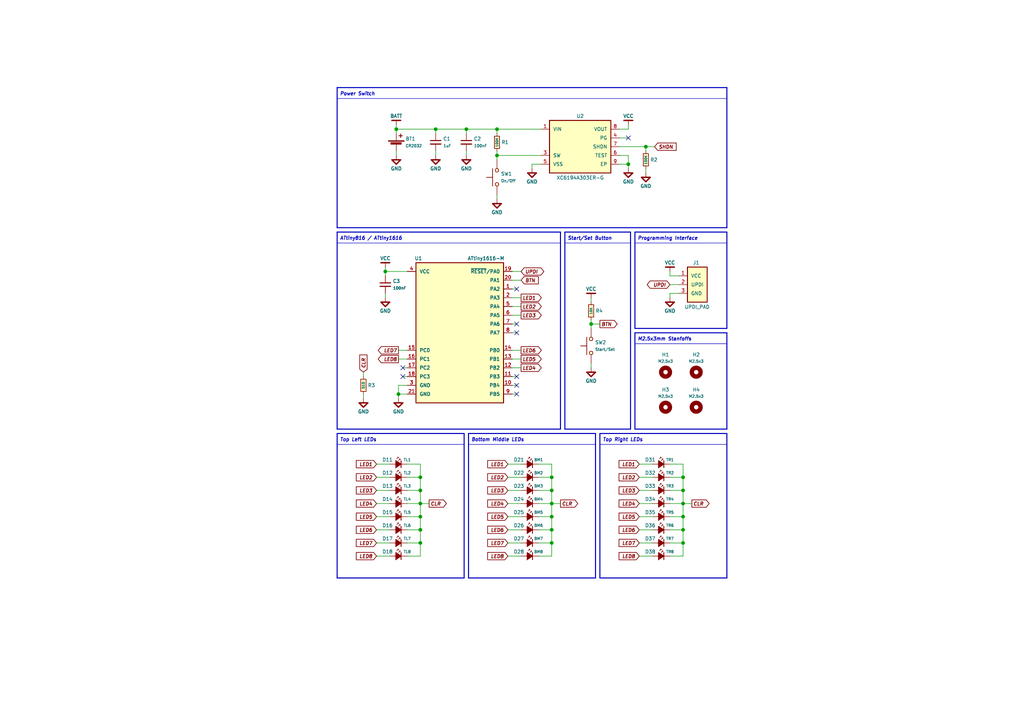
<source format=kicad_sch>
(kicad_sch (version 20211123) (generator eeschema)
  (paper "A4")
  (title_block (title "Flux Capacitor Mini") (date "2022-02-27") (rev "4") (company "Curious Design Labs | Hojadurdy Durdygylyjov") (comment 1 "Small PCB version of Flux Capacitor from the movie Back to the Future") (comment 2 "CC BY-NC-SA 4.0"))
  (lib_symbols
    (symbol "HDLib_Connector:UPDI_PAD" (pin_names (offset 1))
      (property "Reference" "J" (at 0 6.35 0))
      (property "Value" "UPDI_PAD" (at 0.254 -6.477 0))
      (symbol "UPDI_PAD_0_1"
        (rectangle (start -2.54 5.08) (end 3.175 -5.08) (stroke (width 0.3)) (fill (type background)))
      )
      (symbol "UPDI_PAD_1_1"
        (pin power_in line (at -5.08 2.54 0) (length 2.54) (name "VCC") (number "1"))
        (pin bidirectional line (at -5.08 0 0) (length 2.54) (name "UPDI") (number "2"))
        (pin power_in line (at -5.08 -2.54 0) (length 2.54) (name "GND") (number "3"))
      )
    )
    (symbol "HDLib_Device:Battery_Cell" (pin_numbers hide) (pin_names (offset 0) hide)
      (property "Reference" "BT" (at 2.667 1.016 0))
      (property "Value" "Battery_Cell" (at 2.667 -1.016 0))
      (symbol "Battery_Cell_0_1"
        (rectangle (start -2.286 0.508) (end 2.286 0.254) (fill (type outline)))
        (rectangle (start -1.5748 -0.0762) (end 1.4732 -0.5842) (fill (type outline)))
        (polyline (pts (xy 0.762 1.905) (xy 1.778 1.905)) (stroke (width 0.254)))
        (polyline (pts (xy 1.27 2.413) (xy 1.27 1.397)) (stroke (width 0.254)))
      )
      (symbol "Battery_Cell_1_1"
        (pin passive line (at 0 2.54 270) (length 2.2) (name "+") (number "1"))
        (pin passive line (at 0 -2.54 90) (length 2.2) (name "-") (number "2"))
      )
    )
    (symbol "HDLib_LED:LED_Small" (pin_numbers hide) (pin_names (offset 0.3) hide)
      (property "Reference" "D" (at 0 3.175 0))
      (property "Value" "LED_Small" (at 0 -2.159 0))
      (symbol "LED_Small_0_1"
        (polyline (pts (xy -1.016 0) (xy 0.762 0)))
        (polyline (pts (xy 0.762 -1.016) (xy 0.762 1.016)) (stroke (width 0.254)))
        (polyline (pts (xy -0.762 -1.016) (xy 0.762 0) (xy -0.762 1.016) (xy -0.762 -1.016)) (stroke (width 0.254)) (fill (type outline)))
        (polyline (pts (xy -0.508 1.524) (xy 0 2.032) (xy -0.254 2.032) (xy 0 2.032) (xy 0 1.778)))
        (polyline (pts (xy 0 1.016) (xy 0.508 1.524) (xy 0.254 1.524) (xy 0.508 1.524) (xy 0.508 1.27)))
      )
      (symbol "LED_Small_1_1"
        (pin passive line (at 2.54 0 180) (length 1.778) (name "K") (number "1"))
        (pin passive line (at -2.54 0 0) (length 1.778) (name "A") (number "2"))
      )
    )
    (symbol "HDLib_Mechanical:MountingHole" (pin_names (offset 1.016))
      (property "Reference" "H" (at 0 5.08 0))
      (property "Value" "MountingHole" (at 0 3.175 0))
      (symbol "MountingHole_0_1"
        (circle (center 0 0) (radius 1.27) (stroke (width 1.27)))
      )
    )
    (symbol "HDLib_Microcontroller:ATtiny1616-M" (pin_names (offset 1))
      (property "Reference" "U" (at -13.081 21.59 0))
      (property "Value" "ATtiny1616-M" (at 12.954 21.59 0))
      (symbol "ATtiny1616-M_0_1"
        (rectangle (start -12.7 -20.32) (end 12.7 20.32) (stroke (width 0.3)) (fill (type background)))
      )
      (symbol "ATtiny1616-M_1_1"
        (pin bidirectional line (at 15.24 12.7 180) (length 2.54) (name "PA2") (number "1"))
        (pin bidirectional line (at 15.24 -15.24 180) (length 2.54) (name "PB4") (number "10"))
        (pin bidirectional line (at 15.24 -12.7 180) (length 2.54) (name "PB3") (number "11"))
        (pin bidirectional line (at 15.24 -10.16 180) (length 2.54) (name "PB2") (number "12"))
        (pin bidirectional line (at 15.24 -7.62 180) (length 2.54) (name "PB1") (number "13"))
        (pin bidirectional line (at 15.24 -5.08 180) (length 2.54) (name "PB0") (number "14"))
        (pin bidirectional line (at -15.24 -5.08 0) (length 2.54) (name "PC0") (number "15"))
        (pin bidirectional line (at -15.24 -7.62 0) (length 2.54) (name "PC1") (number "16"))
        (pin bidirectional line (at -15.24 -10.16 0) (length 2.54) (name "PC2") (number "17"))
        (pin bidirectional line (at -15.24 -12.7 0) (length 2.54) (name "PC3") (number "18"))
        (pin bidirectional line (at 15.24 17.78 180) (length 2.54) (name "~{RESET}/PA0") (number "19"))
        (pin bidirectional line (at 15.24 10.16 180) (length 2.54) (name "PA3") (number "2"))
        (pin bidirectional line (at 15.24 15.24 180) (length 2.54) (name "PA1") (number "20"))
        (pin power_in line (at -15.24 -17.78 0) (length 2.54) (name "GND") (number "21"))
        (pin power_in line (at -15.24 -15.24 0) (length 2.54) (name "GND") (number "3"))
        (pin power_in line (at -15.24 17.78 0) (length 2.54) (name "VCC") (number "4"))
        (pin bidirectional line (at 15.24 7.62 180) (length 2.54) (name "PA4") (number "5"))
        (pin bidirectional line (at 15.24 5.08 180) (length 2.54) (name "PA5") (number "6"))
        (pin bidirectional line (at 15.24 2.54 180) (length 2.54) (name "PA6") (number "7"))
        (pin bidirectional line (at 15.24 0 180) (length 2.54) (name "PA7") (number "8"))
        (pin bidirectional line (at 15.24 -17.78 180) (length 2.54) (name "PB5") (number "9"))
      )
    )
    (symbol "HDLib_PMIC:XC6194A303ER-G" (pin_names (offset 1))
      (property "Reference" "U" (at 0 8.89 0))
      (property "Value" "XC6194A303ER-G" (at 0 -9.017 0))
      (symbol "XC6194A303ER-G_0_0"
        (pin power_in line (at -11.43 5.08 0) (length 2.54) (name "VIN") (number "1"))
        (pin no_connect line (at 0 -12.7 90) (length 5.08) hide (name "NC") (number "2"))
        (pin passive line (at -11.43 -2.54 0) (length 2.54) (name "SW") (number "3"))
        (pin output line (at 11.43 2.54 180) (length 2.54) (name "PG") (number "4"))
        (pin power_in line (at -11.43 -5.08 0) (length 2.54) (name "VSS") (number "5"))
        (pin passive line (at 11.43 -2.54 180) (length 2.54) (name "TEST") (number "6"))
        (pin passive line (at 11.43 0 180) (length 2.54) (name "SHDN") (number "7"))
        (pin power_out line (at 11.43 5.08 180) (length 2.54) (name "VOUT") (number "8"))
        (pin passive line (at 11.43 -5.08 180) (length 2.54) (name "EP") (number "9"))
      )
      (symbol "XC6194A303ER-G_0_1"
        (polyline (pts (xy -8.89 7.62) (xy 8.89 7.62) (xy 8.89 -7.62) (xy -8.89 -7.62) (xy -8.89 7.62)) (stroke (width 0.3)) (fill (type background)))
      )
    )
    (symbol "HDLib_Passives:C_Small" (pin_numbers hide) (pin_names (offset 0.254) hide)
      (property "Reference" "C" (at 2.159 1.016 0))
      (property "Value" "C_Small" (at 2.2098 -1.016 0))
      (symbol "C_Small_0_1"
        (polyline (pts (xy -1.524 -0.508) (xy 1.524 -0.508)) (stroke (width 0.3302)))
        (polyline (pts (xy -1.524 0.508) (xy 1.524 0.508)) (stroke (width 0.3048)))
      )
      (symbol "C_Small_1_1"
        (pin passive line (at 0 2.54 270) (length 2.032) (name "~") (number "1"))
        (pin passive line (at 0 -2.54 90) (length 2.032) (name "~") (number "2"))
      )
    )
    (symbol "HDLib_Passives:R_Small" (pin_numbers hide) (pin_names (offset 0.254) hide)
      (property "Reference" "R" (at 1.27 0 0))
      (property "Value" "R_Small" (at 0 0 90))
      (symbol "R_Small_0_1"
        (rectangle (start -0.762 1.778) (end 0.762 -1.778) (stroke (width 0.2)) (fill (type background)))
      )
      (symbol "R_Small_1_1"
        (pin passive line (at 0 2.54 270) (length 0.762) (name "~") (number "1"))
        (pin passive line (at 0 -2.54 90) (length 0.762) (name "~") (number "2"))
      )
    )
    (symbol "HDLib_PowerSymbol:BATT" (power) (pin_names (offset 0))
      (property "Value" "BATT" (at 0 2.54 0))
      (symbol "BATT_0_1"
        (polyline (pts (xy -1.27 1.27) (xy 1.27 1.27)) (stroke (width 0.4)))
        (polyline (pts (xy 0 0) (xy 0 1.27)))
      )
      (symbol "BATT_1_1"
        (pin power_in line (at 0 0 90) (length 0) hide (name "BATT") (number "1"))
      )
    )
    (symbol "HDLib_PowerSymbol:GND" (power) (pin_names (offset 0))
      (property "Value" "GND" (at 0 -3.81 0))
      (symbol "GND_0_1"
        (polyline (pts (xy 0 -1.27) (xy 0 0)))
        (polyline (pts (xy 0 -1.27) (xy 0 -1.27) (xy 1.27 -1.27) (xy 0 -2.54) (xy -1.27 -1.27) (xy 0 -1.27)) (stroke (width 0.4)))
      )
      (symbol "GND_1_1"
        (pin power_in line (at 0 0 270) (length 0) hide (name "GND") (number "1"))
      )
    )
    (symbol "HDLib_PowerSymbol:VCC" (power) (pin_names (offset 0))
      (property "Value" "VCC" (at 0 2.54 0))
      (symbol "VCC_0_1"
        (polyline (pts (xy -1.27 1.27) (xy 1.27 1.27)) (stroke (width 0.4)))
        (polyline (pts (xy 0 0) (xy 0 1.27)))
      )
      (symbol "VCC_1_1"
        (pin power_in line (at 0 0 90) (length 0) hide (name "VCC") (number "1"))
      )
    )
    (symbol "HDLib_Switch:SW_Push" (pin_numbers hide) (pin_names (offset 1.016) hide)
      (property "Reference" "SW" (at 1.143 1.016 0))
      (property "Value" "SW_Push" (at 1.143 -1.016 0))
      (symbol "SW_Push_0_1"
        (circle (center 0 -2.032) (radius 0.508) (stroke (width 0.2)) (fill (type background)))
        (polyline (pts (xy -1.27 0) (xy -3.048 0)) (stroke (width 0.2)))
        (polyline (pts (xy -1.27 2.54) (xy -1.27 -2.54)) (stroke (width 0.2)))
        (circle (center 0 2.032) (radius 0.508) (stroke (width 0.2)) (fill (type background)))
        (pin passive line (at 0 -5.08 90) (length 2.54) (name "1") (number "1"))
        (pin passive line (at 0 5.08 270) (length 2.54) (name "2") (number "2"))
      )
    )
  )
  (junction (at 144.145 37.465))
  (junction (at 198.12 149.86))
  (junction (at 198.12 157.48))
  (junction (at 187.325 42.545))
  (junction (at 121.92 146.05))
  (junction (at 121.92 138.43))
  (junction (at 144.145 45.085))
  (junction (at 135.255 37.465))
  (junction (at 171.45 93.98))
  (junction (at 114.935 37.465))
  (junction (at 121.92 153.67))
  (junction (at 160.02 142.24))
  (junction (at 115.57 114.3))
  (junction (at 160.02 146.05))
  (junction (at 160.02 153.67))
  (junction (at 111.76 78.74))
  (junction (at 126.365 37.465))
  (junction (at 198.12 142.24))
  (junction (at 198.12 153.67))
  (junction (at 198.12 146.05))
  (junction (at 198.12 138.43))
  (junction (at 182.245 47.625))
  (junction (at 160.02 138.43))
  (junction (at 160.02 157.48))
  (junction (at 160.02 149.86))
  (junction (at 121.92 157.48))
  (junction (at 121.92 149.86))
  (junction (at 121.92 142.24))
  (no_connect (at 116.84 109.22))
  (no_connect (at 149.86 114.3))
  (no_connect (at 149.86 93.98))
  (no_connect (at 149.86 96.52))
  (no_connect (at 149.86 83.82))
  (no_connect (at 182.245 40.005))
  (no_connect (at 149.86 109.22))
  (no_connect (at 149.86 111.76))
  (no_connect (at 116.84 106.68))
  (wire (pts (xy 147.32 138.43) (xy 151.13 138.43)))
  (polyline (pts (xy 97.79 67.31) (xy 162.56 67.31)) (stroke (width 0.3) (type solid)))
  (wire (pts (xy 118.11 161.29) (xy 121.92 161.29)))
  (wire (pts (xy 147.32 142.24) (xy 151.13 142.24)))
  (polyline (pts (xy 184.15 96.52) (xy 184.15 124.46)) (stroke (width 0.3) (type solid)))
  (polyline (pts (xy 210.82 25.4) (xy 210.82 66.04)) (stroke (width 0.3) (type solid)))
  (wire (pts (xy 115.57 111.76) (xy 115.57 114.3)))
  (polyline (pts (xy 135.89 125.73) (xy 135.89 167.64)) (stroke (width 0.3) (type solid)))
  (wire (pts (xy 198.12 146.05) (xy 198.12 149.86)))
  (wire (pts (xy 182.245 45.085) (xy 182.245 47.625)))
  (wire (pts (xy 148.59 93.98) (xy 149.86 93.98)))
  (wire (pts (xy 121.92 134.62) (xy 121.92 138.43)))
  (polyline (pts (xy 135.89 128.905) (xy 172.72 128.905)) (stroke (width 0.15) (type solid)))
  (wire (pts (xy 179.705 45.085) (xy 182.245 45.085)))
  (polyline (pts (xy 173.99 128.905) (xy 210.82 128.905)) (stroke (width 0.15) (type solid)))
  (wire (pts (xy 182.245 47.625) (xy 182.245 48.895)))
  (polyline (pts (xy 97.79 125.73) (xy 97.79 167.64)) (stroke (width 0.3) (type solid)))
  (polyline (pts (xy 97.79 124.46) (xy 162.56 124.46)) (stroke (width 0.3) (type solid)))
  (wire (pts (xy 156.21 142.24) (xy 160.02 142.24)))
  (wire (pts (xy 156.21 134.62) (xy 160.02 134.62)))
  (wire (pts (xy 135.255 37.465) (xy 135.255 38.735)))
  (polyline (pts (xy 97.79 25.4) (xy 210.82 25.4)) (stroke (width 0.3) (type solid)))
  (wire (pts (xy 118.11 111.76) (xy 115.57 111.76)))
  (wire (pts (xy 194.31 153.67) (xy 198.12 153.67)))
  (polyline (pts (xy 97.79 28.575) (xy 210.82 28.575)) (stroke (width 0.15) (type solid)))
  (wire (pts (xy 135.255 43.815) (xy 135.255 45.085)))
  (polyline (pts (xy 97.79 167.64) (xy 134.62 167.64)) (stroke (width 0.3) (type solid)))
  (wire (pts (xy 121.92 157.48) (xy 121.92 161.29)))
  (wire (pts (xy 196.85 85.09) (xy 194.31 85.09)))
  (polyline (pts (xy 184.15 99.695) (xy 210.82 99.695)) (stroke (width 0.15) (type solid)))
  (wire (pts (xy 147.32 157.48) (xy 151.13 157.48)))
  (wire (pts (xy 171.45 86.36) (xy 171.45 87.63)))
  (wire (pts (xy 121.92 146.05) (xy 124.46 146.05)))
  (wire (pts (xy 196.85 82.55) (xy 194.31 82.55)))
  (wire (pts (xy 144.145 45.085) (xy 156.845 45.085)))
  (polyline (pts (xy 163.83 67.31) (xy 163.83 124.46)) (stroke (width 0.3) (type solid)))
  (wire (pts (xy 187.325 42.545) (xy 189.865 42.545)))
  (wire (pts (xy 148.59 101.6) (xy 151.13 101.6)))
  (polyline (pts (xy 184.15 67.31) (xy 210.82 67.31)) (stroke (width 0.3) (type solid)))
  (wire (pts (xy 185.42 134.62) (xy 189.23 134.62)))
  (wire (pts (xy 118.11 142.24) (xy 121.92 142.24)))
  (wire (pts (xy 144.145 43.815) (xy 144.145 45.085)))
  (wire (pts (xy 185.42 157.48) (xy 189.23 157.48)))
  (wire (pts (xy 105.41 107.95) (xy 105.41 109.22)))
  (wire (pts (xy 179.705 40.005) (xy 182.245 40.005)))
  (wire (pts (xy 118.11 146.05) (xy 121.92 146.05)))
  (wire (pts (xy 118.11 106.68) (xy 116.84 106.68)))
  (wire (pts (xy 156.21 149.86) (xy 160.02 149.86)))
  (wire (pts (xy 160.02 138.43) (xy 160.02 142.24)))
  (wire (pts (xy 194.31 157.48) (xy 198.12 157.48)))
  (wire (pts (xy 156.21 153.67) (xy 160.02 153.67)))
  (wire (pts (xy 114.935 37.465) (xy 126.365 37.465)))
  (wire (pts (xy 144.145 37.465) (xy 156.845 37.465)))
  (wire (pts (xy 179.705 37.465) (xy 182.245 37.465)))
  (wire (pts (xy 118.11 109.22) (xy 116.84 109.22)))
  (wire (pts (xy 198.12 142.24) (xy 198.12 146.05)))
  (wire (pts (xy 198.12 149.86) (xy 198.12 153.67)))
  (wire (pts (xy 135.255 37.465) (xy 144.145 37.465)))
  (wire (pts (xy 160.02 149.86) (xy 160.02 153.67)))
  (wire (pts (xy 194.31 80.01) (xy 196.85 80.01)))
  (wire (pts (xy 118.11 149.86) (xy 121.92 149.86)))
  (wire (pts (xy 121.92 138.43) (xy 121.92 142.24)))
  (wire (pts (xy 114.935 37.465) (xy 114.935 38.735)))
  (wire (pts (xy 118.11 104.14) (xy 115.57 104.14)))
  (wire (pts (xy 154.305 48.895) (xy 154.305 47.625)))
  (polyline (pts (xy 163.83 70.485) (xy 182.88 70.485)) (stroke (width 0.15) (type solid)))
  (wire (pts (xy 118.11 157.48) (xy 121.92 157.48)))
  (wire (pts (xy 148.59 86.36) (xy 151.13 86.36)))
  (polyline (pts (xy 173.99 125.73) (xy 173.99 167.64)) (stroke (width 0.3) (type solid)))
  (wire (pts (xy 147.32 134.62) (xy 151.13 134.62)))
  (wire (pts (xy 198.12 146.05) (xy 200.66 146.05)))
  (wire (pts (xy 109.22 149.86) (xy 113.03 149.86)))
  (wire (pts (xy 160.02 134.62) (xy 160.02 138.43)))
  (wire (pts (xy 148.59 81.28) (xy 151.13 81.28)))
  (polyline (pts (xy 182.88 67.31) (xy 182.88 124.46)) (stroke (width 0.3) (type solid)))
  (wire (pts (xy 147.32 153.67) (xy 151.13 153.67)))
  (wire (pts (xy 118.11 101.6) (xy 115.57 101.6)))
  (wire (pts (xy 171.45 92.71) (xy 171.45 93.98)))
  (polyline (pts (xy 134.62 125.73) (xy 134.62 167.64)) (stroke (width 0.3) (type solid)))
  (wire (pts (xy 198.12 134.62) (xy 198.12 138.43)))
  (wire (pts (xy 121.92 142.24) (xy 121.92 146.05)))
  (polyline (pts (xy 184.15 67.31) (xy 184.15 95.25)) (stroke (width 0.3) (type solid)))
  (polyline (pts (xy 184.15 96.52) (xy 210.82 96.52)) (stroke (width 0.3) (type solid)))
  (wire (pts (xy 105.41 114.3) (xy 105.41 115.57)))
  (wire (pts (xy 185.42 149.86) (xy 189.23 149.86)))
  (wire (pts (xy 118.11 78.74) (xy 111.76 78.74)))
  (wire (pts (xy 194.31 146.05) (xy 198.12 146.05)))
  (wire (pts (xy 148.59 114.3) (xy 149.86 114.3)))
  (wire (pts (xy 148.59 88.9) (xy 151.13 88.9)))
  (polyline (pts (xy 97.79 125.73) (xy 134.62 125.73)) (stroke (width 0.3) (type solid)))
  (wire (pts (xy 144.145 56.515) (xy 144.145 57.785)))
  (wire (pts (xy 154.305 47.625) (xy 156.845 47.625)))
  (wire (pts (xy 148.59 104.14) (xy 151.13 104.14)))
  (wire (pts (xy 171.45 93.98) (xy 173.99 93.98)))
  (wire (pts (xy 156.21 146.05) (xy 160.02 146.05)))
  (polyline (pts (xy 135.89 167.64) (xy 172.72 167.64)) (stroke (width 0.3) (type solid)))
  (wire (pts (xy 109.22 157.48) (xy 113.03 157.48)))
  (wire (pts (xy 148.59 106.68) (xy 151.13 106.68)))
  (wire (pts (xy 182.245 37.465) (xy 182.245 36.195)))
  (wire (pts (xy 121.92 153.67) (xy 121.92 157.48)))
  (wire (pts (xy 185.42 153.67) (xy 189.23 153.67)))
  (wire (pts (xy 185.42 142.24) (xy 189.23 142.24)))
  (wire (pts (xy 148.59 91.44) (xy 151.13 91.44)))
  (wire (pts (xy 126.365 43.815) (xy 126.365 45.085)))
  (polyline (pts (xy 162.56 67.31) (xy 162.56 124.46)) (stroke (width 0.3) (type solid)))
  (wire (pts (xy 126.365 37.465) (xy 126.365 38.735)))
  (wire (pts (xy 114.935 36.195) (xy 114.935 37.465)))
  (polyline (pts (xy 184.15 95.25) (xy 210.82 95.25)) (stroke (width 0.3) (type solid)))
  (wire (pts (xy 147.32 146.05) (xy 151.13 146.05)))
  (wire (pts (xy 179.705 42.545) (xy 187.325 42.545)))
  (wire (pts (xy 148.59 109.22) (xy 149.86 109.22)))
  (wire (pts (xy 156.21 157.48) (xy 160.02 157.48)))
  (wire (pts (xy 171.45 93.98) (xy 171.45 95.25)))
  (wire (pts (xy 121.92 149.86) (xy 121.92 153.67)))
  (polyline (pts (xy 97.79 66.04) (xy 210.82 66.04)) (stroke (width 0.3) (type solid)))
  (wire (pts (xy 109.22 153.67) (xy 113.03 153.67)))
  (wire (pts (xy 179.705 47.625) (xy 182.245 47.625)))
  (wire (pts (xy 109.22 138.43) (xy 113.03 138.43)))
  (wire (pts (xy 148.59 78.74) (xy 151.13 78.74)))
  (wire (pts (xy 109.22 142.24) (xy 113.03 142.24)))
  (wire (pts (xy 121.92 146.05) (xy 121.92 149.86)))
  (wire (pts (xy 109.22 161.29) (xy 113.03 161.29)))
  (wire (pts (xy 187.325 43.815) (xy 187.325 42.545)))
  (wire (pts (xy 111.76 78.74) (xy 111.76 80.01)))
  (polyline (pts (xy 210.82 96.52) (xy 210.82 124.46)) (stroke (width 0.3) (type solid)))
  (wire (pts (xy 194.31 138.43) (xy 198.12 138.43)))
  (wire (pts (xy 160.02 142.24) (xy 160.02 146.05)))
  (wire (pts (xy 160.02 146.05) (xy 162.56 146.05)))
  (wire (pts (xy 109.22 146.05) (xy 113.03 146.05)))
  (wire (pts (xy 111.76 85.09) (xy 111.76 86.36)))
  (wire (pts (xy 185.42 146.05) (xy 189.23 146.05)))
  (wire (pts (xy 118.11 153.67) (xy 121.92 153.67)))
  (wire (pts (xy 198.12 138.43) (xy 198.12 142.24)))
  (wire (pts (xy 194.31 85.09) (xy 194.31 86.36)))
  (polyline (pts (xy 97.79 67.31) (xy 97.79 124.46)) (stroke (width 0.3) (type solid)))
  (wire (pts (xy 185.42 138.43) (xy 189.23 138.43)))
  (wire (pts (xy 198.12 153.67) (xy 198.12 157.48)))
  (wire (pts (xy 171.45 105.41) (xy 171.45 106.68)))
  (wire (pts (xy 118.11 134.62) (xy 121.92 134.62)))
  (wire (pts (xy 144.145 37.465) (xy 144.145 38.735)))
  (wire (pts (xy 147.32 161.29) (xy 151.13 161.29)))
  (polyline (pts (xy 97.79 25.4) (xy 97.79 66.04)) (stroke (width 0.3) (type solid)))
  (wire (pts (xy 144.145 45.085) (xy 144.145 46.355)))
  (wire (pts (xy 109.22 134.62) (xy 113.03 134.62)))
  (wire (pts (xy 118.11 138.43) (xy 121.92 138.43)))
  (wire (pts (xy 160.02 157.48) (xy 160.02 161.29)))
  (wire (pts (xy 115.57 114.3) (xy 115.57 115.57)))
  (wire (pts (xy 194.31 134.62) (xy 198.12 134.62)))
  (polyline (pts (xy 97.79 128.905) (xy 134.62 128.905)) (stroke (width 0.15) (type solid)))
  (wire (pts (xy 185.42 161.29) (xy 189.23 161.29)))
  (polyline (pts (xy 163.83 67.31) (xy 182.88 67.31)) (stroke (width 0.3) (type solid)))
  (polyline (pts (xy 210.82 67.31) (xy 210.82 95.25)) (stroke (width 0.3) (type solid)))
  (polyline (pts (xy 163.83 124.46) (xy 182.88 124.46)) (stroke (width 0.3) (type solid)))
  (wire (pts (xy 187.325 48.895) (xy 187.325 50.165)))
  (polyline (pts (xy 173.99 125.73) (xy 210.82 125.73)) (stroke (width 0.3) (type solid)))
  (wire (pts (xy 148.59 111.76) (xy 149.86 111.76)))
  (wire (pts (xy 194.31 149.86) (xy 198.12 149.86)))
  (polyline (pts (xy 135.89 125.73) (xy 172.72 125.73)) (stroke (width 0.3) (type solid)))
  (wire (pts (xy 156.21 138.43) (xy 160.02 138.43)))
  (wire (pts (xy 156.21 161.29) (xy 160.02 161.29)))
  (wire (pts (xy 198.12 157.48) (xy 198.12 161.29)))
  (wire (pts (xy 160.02 153.67) (xy 160.02 157.48)))
  (polyline (pts (xy 184.15 70.485) (xy 210.82 70.485)) (stroke (width 0.15) (type solid)))
  (polyline (pts (xy 173.99 167.64) (xy 210.82 167.64)) (stroke (width 0.3) (type solid)))
  (wire (pts (xy 111.76 78.74) (xy 111.76 77.47)))
  (wire (pts (xy 115.57 114.3) (xy 118.11 114.3)))
  (polyline (pts (xy 172.72 125.73) (xy 172.72 167.64)) (stroke (width 0.3) (type solid)))
  (wire (pts (xy 135.255 37.465) (xy 126.365 37.465)))
  (wire (pts (xy 148.59 96.52) (xy 149.86 96.52)))
  (wire (pts (xy 114.935 43.815) (xy 114.935 45.085)))
  (polyline (pts (xy 184.15 124.46) (xy 210.82 124.46)) (stroke (width 0.3) (type solid)))
  (wire (pts (xy 148.59 83.82) (xy 149.86 83.82)))
  (polyline (pts (xy 97.79 70.485) (xy 162.56 70.485)) (stroke (width 0.15) (type solid)))
  (wire (pts (xy 194.31 78.74) (xy 194.31 80.01)))
  (wire (pts (xy 194.31 161.29) (xy 198.12 161.29)))
  (wire (pts (xy 160.02 146.05) (xy 160.02 149.86)))
  (wire (pts (xy 194.31 142.24) (xy 198.12 142.24)))
  (wire (pts (xy 147.32 149.86) (xy 151.13 149.86)))
  (polyline (pts (xy 210.82 125.73) (xy 210.82 167.64)) (stroke (width 0.3) (type solid)))
  (text "ATtiny816 / ATtiny1616" (at 98.552 69.85 0) (effects (font (size 1 1) (thickness 0.2) bold italic) (justify left bottom)))
  (text "Bottom Middle LEDs" (at 136.652 128.27 0) (effects (font (size 1 1) (thickness 0.2) bold italic) (justify left bottom)))
  (text "Start/Set Button" (at 164.592 69.85 0) (effects (font (size 1 1) (thickness 0.2) bold italic) (justify left bottom)))
  (text "Top Right LEDs" (at 174.752 128.27 0) (effects (font (size 1 1) (thickness 0.2) bold italic) (justify left bottom)))
  (text "M2.5x3mm Stanfoffs" (at 184.912 99.06 0) (effects (font (size 1 1) (thickness 0.2) bold italic) (justify left bottom)))
  (text "Programming Interface" (at 184.912 69.85 0) (effects (font (size 1 1) (thickness 0.2) bold italic) (justify left bottom)))
  (text "Top Left LEDs" (at 98.552 128.27 0) (effects (font (size 1 1) (thickness 0.2) bold italic) (justify left bottom)))
  (text "Power Switch" (at 98.552 27.94 0) (effects (font (size 1 1) (thickness 0.2) bold italic) (justify left bottom)))
  (global_label "LED7" (shape input) (at 147.32 157.48 180) (effects (font (size 1 1) (thickness 0.2) bold italic)) (property "Intersheet References" "${INTERSHEET_REFS}" (effects hide)))
  (global_label "LED7" (shape input) (at 109.22 157.48 180) (effects (font (size 1 1) (thickness 0.2) bold italic)) (property "Intersheet References" "${INTERSHEET_REFS}" (effects hide)))
  (global_label "LED7" (shape output) (at 115.57 101.6 180) (effects (font (size 1 1) (thickness 0.2) bold italic)) (property "Intersheet References" "${INTERSHEET_REFS}" (effects hide)))
  (global_label "CLR" (shape output) (at 200.66 146.05 0) (effects (font (size 1 1) (thickness 0.2) bold italic)) (property "Intersheet References" "${INTERSHEET_REFS}" (effects hide)))
  (global_label "LED4" (shape output) (at 151.13 106.68 0) (effects (font (size 1 1) (thickness 0.2) bold italic)) (property "Intersheet References" "${INTERSHEET_REFS}" (effects hide)))
  (global_label "UPDI" (shape bidirectional) (at 151.13 78.74 0) (effects (font (size 1 1) (thickness 0.2) bold italic)) (property "Intersheet References" "${INTERSHEET_REFS}" (effects hide)))
  (global_label "SHDN" (shape input) (at 189.865 42.545 0) (effects (font (size 1 1) (thickness 0.2) bold italic)) (property "Intersheet References" "${INTERSHEET_REFS}" (effects hide)))
  (global_label "BTN" (shape input) (at 151.13 81.28 0) (effects (font (size 1 1) (thickness 0.2) bold italic)) (property "Intersheet References" "${INTERSHEET_REFS}" (effects hide)))
  (global_label "LED6" (shape output) (at 151.13 101.6 0) (effects (font (size 1 1) (thickness 0.2) bold italic)) (property "Intersheet References" "${INTERSHEET_REFS}" (effects hide)))
  (global_label "LED3" (shape output) (at 151.13 91.44 0) (effects (font (size 1 1) (thickness 0.2) bold italic)) (property "Intersheet References" "${INTERSHEET_REFS}" (effects hide)))
  (global_label "LED6" (shape input) (at 185.42 153.67 180) (effects (font (size 1 1) (thickness 0.2) bold italic)) (property "Intersheet References" "${INTERSHEET_REFS}" (effects hide)))
  (global_label "LED5" (shape output) (at 151.13 104.14 0) (effects (font (size 1 1) (thickness 0.2) bold italic)) (property "Intersheet References" "${INTERSHEET_REFS}" (effects hide)))
  (global_label "LED2" (shape input) (at 109.22 138.43 180) (effects (font (size 1 1) (thickness 0.2) bold italic)) (property "Intersheet References" "${INTERSHEET_REFS}" (effects hide)))
  (global_label "LED5" (shape input) (at 147.32 149.86 180) (effects (font (size 1 1) (thickness 0.2) bold italic)) (property "Intersheet References" "${INTERSHEET_REFS}" (effects hide)))
  (global_label "LED5" (shape input) (at 185.42 149.86 180) (effects (font (size 1 1) (thickness 0.2) bold italic)) (property "Intersheet References" "${INTERSHEET_REFS}" (effects hide)))
  (global_label "LED5" (shape input) (at 109.22 149.86 180) (effects (font (size 1 1) (thickness 0.2) bold italic)) (property "Intersheet References" "${INTERSHEET_REFS}" (effects hide)))
  (global_label "CLR" (shape output) (at 124.46 146.05 0) (effects (font (size 1 1) (thickness 0.2) bold italic)) (property "Intersheet References" "${INTERSHEET_REFS}" (effects hide)))
  (global_label "LED2" (shape output) (at 151.13 88.9 0) (effects (font (size 1 1) (thickness 0.2) bold italic)) (property "Intersheet References" "${INTERSHEET_REFS}" (effects hide)))
  (global_label "LED6" (shape input) (at 109.22 153.67 180) (effects (font (size 1 1) (thickness 0.2) bold italic)) (property "Intersheet References" "${INTERSHEET_REFS}" (effects hide)))
  (global_label "LED1" (shape input) (at 147.32 134.62 180) (effects (font (size 1 1) (thickness 0.2) bold italic)) (property "Intersheet References" "${INTERSHEET_REFS}" (effects hide)))
  (global_label "LED3" (shape input) (at 185.42 142.24 180) (effects (font (size 1 1) (thickness 0.2) bold italic)) (property "Intersheet References" "${INTERSHEET_REFS}" (effects hide)))
  (global_label "LED2" (shape input) (at 185.42 138.43 180) (effects (font (size 1 1) (thickness 0.2) bold italic)) (property "Intersheet References" "${INTERSHEET_REFS}" (effects hide)))
  (global_label "LED7" (shape input) (at 185.42 157.48 180) (effects (font (size 1 1) (thickness 0.2) bold italic)) (property "Intersheet References" "${INTERSHEET_REFS}" (effects hide)))
  (global_label "LED1" (shape input) (at 109.22 134.62 180) (effects (font (size 1 1) (thickness 0.2) bold italic)) (property "Intersheet References" "${INTERSHEET_REFS}" (effects hide)))
  (global_label "LED3" (shape input) (at 147.32 142.24 180) (effects (font (size 1 1) (thickness 0.2) bold italic)) (property "Intersheet References" "${INTERSHEET_REFS}" (effects hide)))
  (global_label "UPDI" (shape bidirectional) (at 194.31 82.55 180) (effects (font (size 1 1) (thickness 0.2) bold italic)) (property "Intersheet References" "${INTERSHEET_REFS}" (effects hide)))
  (global_label "LED8" (shape input) (at 109.22 161.29 180) (effects (font (size 1 1) (thickness 0.2) bold italic)) (property "Intersheet References" "${INTERSHEET_REFS}" (effects hide)))
  (global_label "LED6" (shape input) (at 147.32 153.67 180) (effects (font (size 1 1) (thickness 0.2) bold italic)) (property "Intersheet References" "${INTERSHEET_REFS}" (effects hide)))
  (global_label "LED4" (shape input) (at 109.22 146.05 180) (effects (font (size 1 1) (thickness 0.2) bold italic)) (property "Intersheet References" "${INTERSHEET_REFS}" (effects hide)))
  (global_label "LED8" (shape output) (at 115.57 104.14 180) (effects (font (size 1 1) (thickness 0.2) bold italic)) (property "Intersheet References" "${INTERSHEET_REFS}" (effects hide)))
  (global_label "LED8" (shape input) (at 185.42 161.29 180) (effects (font (size 1 1) (thickness 0.2) bold italic)) (property "Intersheet References" "${INTERSHEET_REFS}" (effects hide)))
  (global_label "BTN" (shape output) (at 173.99 93.98 0) (effects (font (size 1 1) (thickness 0.2) bold italic)) (property "Intersheet References" "${INTERSHEET_REFS}" (effects hide)))
  (global_label "CLR" (shape input) (at 105.41 107.95 90) (effects (font (size 1 1) (thickness 0.2) bold italic)) (property "Intersheet References" "${INTERSHEET_REFS}" (effects hide)))
  (global_label "LED1" (shape output) (at 151.13 86.36 0) (effects (font (size 1 1) (thickness 0.2) bold italic)) (property "Intersheet References" "${INTERSHEET_REFS}" (effects hide)))
  (global_label "LED3" (shape input) (at 109.22 142.24 180) (effects (font (size 1 1) (thickness 0.2) bold italic)) (property "Intersheet References" "${INTERSHEET_REFS}" (effects hide)))
  (global_label "LED4" (shape input) (at 147.32 146.05 180) (effects (font (size 1 1) (thickness 0.2) bold italic)) (property "Intersheet References" "${INTERSHEET_REFS}" (effects hide)))
  (global_label "LED1" (shape input) (at 185.42 134.62 180) (effects (font (size 1 1) (thickness 0.2) bold italic)) (property "Intersheet References" "${INTERSHEET_REFS}" (effects hide)))
  (global_label "LED4" (shape input) (at 185.42 146.05 180) (effects (font (size 1 1) (thickness 0.2) bold italic)) (property "Intersheet References" "${INTERSHEET_REFS}" (effects hide)))
  (global_label "CLR" (shape output) (at 162.56 146.05 0) (effects (font (size 1 1) (thickness 0.2) bold italic)) (property "Intersheet References" "${INTERSHEET_REFS}" (effects hide)))
  (global_label "LED2" (shape input) (at 147.32 138.43 180) (effects (font (size 1 1) (thickness 0.2) bold italic)) (property "Intersheet References" "${INTERSHEET_REFS}" (effects hide)))
  (global_label "LED8" (shape input) (at 147.32 161.29 180) (effects (font (size 1 1) (thickness 0.2) bold italic)) (property "Intersheet References" "${INTERSHEET_REFS}" (effects hide)))
  (symbol (lib_id "HDLib_Passives:C_Small") (at 126.365 41.275 0) (unit 1)
    (property "Reference" "C1" (at 128.524 40.259 0) (effects (font (size 1 1)) (justify left)))
    (property "Value" "1uF" (at 128.5748 42.291 0) (effects (font (size 0.8 0.8)) (justify left)))
    (property "Footprint" "HDMod_Capacitor_SMD:C_0402_1005Metric" (effects hide))
  )
  (symbol (lib_id "HDLib_LED:LED_Small") (at 115.57 157.48 0) (unit 1)
    (property "Reference" "D17" (at 112.395 156.21 0) (effects (font (size 1 1))))
    (property "Value" "TL7" (at 118.11 156.21 0) (effects (font (size 0.8 0.8))))
    (property "Footprint" "HDMod_LED_SMD:LED_0603_1608Metric" (effects hide))
  )
  (symbol (lib_id "HDLib_PowerSymbol:GND") (at 144.145 57.785 0) (unit 1)
    (property "Reference" "#PWR0116" (effects hide))
    (property "Value" "GND" (at 144.145 61.595 0) (effects (font (size 1 1) bold)))
  )
  (symbol (lib_id "HDLib_PowerSymbol:BATT") (at 114.935 36.195 0) (unit 1)
    (property "Reference" "#PWR0109" (effects hide))
    (property "Value" "BATT" (at 114.935 33.655 0) (effects (font (size 1 1) bold)))
  )
  (symbol (lib_id "HDLib_PowerSymbol:GND") (at 182.245 48.895 0) (unit 1)
    (property "Reference" "#PWR0111" (effects hide))
    (property "Value" "GND" (at 182.245 52.705 0) (effects (font (size 1 1) bold)))
  )
  (symbol (lib_id "HDLib_Switch:SW_Push") (at 144.145 51.435 0) (unit 1)
    (property "Reference" "SW1" (at 145.288 50.419 0) (effects (font (size 1 1)) (justify left)))
    (property "Value" "On/Off" (at 145.288 52.451 0) (effects (font (size 0.8 0.8)) (justify left)))
    (property "Footprint" "HDMod_Switch_SMD:SW_SPST_4.5x4.5mm" (effects hide))
  )
  (symbol (lib_id "HDLib_Mechanical:MountingHole") (at 193.04 107.95 0) (unit 1)
    (property "Reference" "H1" (at 193.04 102.87 0) (effects (font (size 1 1))))
    (property "Value" "M2.5x3" (at 193.04 104.775 0) (effects (font (size 0.8 0.8))))
    (property "Footprint" "HDMod_MountingHole:SMTSO2530CTJ" (effects hide))
  )
  (symbol (lib_id "HDLib_LED:LED_Small") (at 153.67 157.48 0) (unit 1)
    (property "Reference" "D27" (at 150.495 156.21 0) (effects (font (size 1 1))))
    (property "Value" "BM7" (at 156.21 156.21 0) (effects (font (size 0.8 0.8))))
    (property "Footprint" "HDMod_LED_SMD:LED_0603_1608Metric" (effects hide))
  )
  (symbol (lib_id "HDLib_LED:LED_Small") (at 191.77 149.86 0) (unit 1)
    (property "Reference" "D35" (at 188.595 148.59 0) (effects (font (size 1 1))))
    (property "Value" "TR5" (at 194.31 148.59 0) (effects (font (size 0.8 0.8))))
    (property "Footprint" "HDMod_LED_SMD:LED_0603_1608Metric" (effects hide))
  )
  (symbol (lib_id "HDLib_Mechanical:MountingHole") (at 201.93 118.11 0) (unit 1)
    (property "Reference" "H4" (at 201.93 113.03 0) (effects (font (size 1 1))))
    (property "Value" "M2.5x3" (at 201.93 114.935 0) (effects (font (size 0.8 0.8))))
    (property "Footprint" "HDMod_MountingHole:SMTSO2530CTJ" (effects hide))
  )
  (symbol (lib_id "HDLib_LED:LED_Small") (at 153.67 142.24 0) (unit 1)
    (property "Reference" "D23" (at 150.495 140.97 0) (effects (font (size 1 1))))
    (property "Value" "BM3" (at 156.21 140.97 0) (effects (font (size 0.8 0.8))))
    (property "Footprint" "HDMod_LED_SMD:LED_0603_1608Metric" (effects hide))
  )
  (symbol (lib_id "HDLib_PowerSymbol:VCC") (at 171.45 86.36 0) (unit 1)
    (property "Reference" "#PWR0107" (effects hide))
    (property "Value" "VCC" (at 171.45 83.82 0) (effects (font (size 1 1) bold)))
  )
  (symbol (lib_id "HDLib_Passives:R_Small") (at 171.45 90.17 0) (unit 1)
    (property "Reference" "R4" (at 172.72 90.17 0) (effects (font (size 1 1)) (justify left)))
    (property "Value" "10K" (at 171.45 90.17 90) (effects (font (size 0.7 0.7))))
    (property "Footprint" "HDMod_Resistor_SMD:R_0402_1005Metric" (effects hide))
  )
  (symbol (lib_id "HDLib_LED:LED_Small") (at 115.57 142.24 0) (unit 1)
    (property "Reference" "D13" (at 112.395 140.97 0) (effects (font (size 1 1))))
    (property "Value" "TL3" (at 118.11 140.97 0) (effects (font (size 0.8 0.8))))
    (property "Footprint" "HDMod_LED_SMD:LED_0603_1608Metric" (effects hide))
  )
  (symbol (lib_id "HDLib_Passives:R_Small") (at 187.325 46.355 0) (unit 1)
    (property "Reference" "R2" (at 188.595 46.355 0) (effects (font (size 1 1)) (justify left)))
    (property "Value" "100K" (at 187.325 46.355 90) (effects (font (size 0.7 0.7))))
    (property "Footprint" "HDMod_Resistor_SMD:R_0402_1005Metric" (effects hide))
  )
  (symbol (lib_id "HDLib_PowerSymbol:VCC") (at 194.31 78.74 0) (unit 1)
    (property "Reference" "#PWR0106" (effects hide))
    (property "Value" "VCC" (at 194.31 76.2 0) (effects (font (size 1 1) bold)))
  )
  (symbol (lib_id "HDLib_LED:LED_Small") (at 153.67 134.62 0) (unit 1)
    (property "Reference" "D21" (at 150.495 133.35 0) (effects (font (size 1 1))))
    (property "Value" "BM1" (at 156.21 133.35 0) (effects (font (size 0.8 0.8))))
    (property "Footprint" "HDMod_LED_SMD:LED_0603_1608Metric" (effects hide))
  )
  (symbol (lib_id "HDLib_LED:LED_Small") (at 115.57 149.86 0) (unit 1)
    (property "Reference" "D15" (at 112.395 148.59 0) (effects (font (size 1 1))))
    (property "Value" "TL5" (at 118.11 148.59 0) (effects (font (size 0.8 0.8))))
    (property "Footprint" "HDMod_LED_SMD:LED_0603_1608Metric" (effects hide))
  )
  (symbol (lib_id "HDLib_PowerSymbol:GND") (at 171.45 106.68 0) (unit 1)
    (property "Reference" "#PWR0108" (effects hide))
    (property "Value" "GND" (at 171.45 110.49 0) (effects (font (size 1 1) bold)))
  )
  (symbol (lib_id "HDLib_LED:LED_Small") (at 191.77 142.24 0) (unit 1)
    (property "Reference" "D33" (at 188.595 140.97 0) (effects (font (size 1 1))))
    (property "Value" "TR3" (at 194.31 140.97 0) (effects (font (size 0.8 0.8))))
    (property "Footprint" "HDMod_LED_SMD:LED_0603_1608Metric" (effects hide))
  )
  (symbol (lib_id "HDLib_Switch:SW_Push") (at 171.45 100.33 0) (unit 1)
    (property "Reference" "SW2" (at 172.593 99.314 0) (effects (font (size 1 1)) (justify left)))
    (property "Value" "Start/Set" (at 172.593 101.346 0) (effects (font (size 0.8 0.8)) (justify left)))
    (property "Footprint" "HDMod_Switch_SMD:SW_SPST_4.5x4.5mm" (effects hide))
  )
  (symbol (lib_id "HDLib_LED:LED_Small") (at 115.57 138.43 0) (unit 1)
    (property "Reference" "D12" (at 112.395 137.16 0) (effects (font (size 1 1))))
    (property "Value" "TL2" (at 118.11 137.16 0) (effects (font (size 0.8 0.8))))
    (property "Footprint" "HDMod_LED_SMD:LED_0603_1608Metric" (effects hide))
  )
  (symbol (lib_id "HDLib_Passives:C_Small") (at 135.255 41.275 0) (unit 1)
    (property "Reference" "C2" (at 137.414 40.259 0) (effects (font (size 1 1)) (justify left)))
    (property "Value" "100nF" (at 137.4648 42.291 0) (effects (font (size 0.8 0.8)) (justify left)))
    (property "Footprint" "HDMod_Capacitor_SMD:C_0402_1005Metric" (effects hide))
  )
  (symbol (lib_id "HDLib_LED:LED_Small") (at 191.77 161.29 0) (unit 1)
    (property "Reference" "D38" (at 188.595 160.02 0) (effects (font (size 1 1))))
    (property "Value" "TR8" (at 194.31 160.02 0) (effects (font (size 0.8 0.8))))
    (property "Footprint" "HDMod_LED_SMD:LED_0603_1608Metric" (effects hide))
  )
  (symbol (lib_id "HDLib_Connector:UPDI_PAD") (at 201.93 82.55 0) (unit 1)
    (property "Reference" "J1" (at 201.93 76.2 0) (effects (font (size 1 1))))
    (property "Value" "UPDI_PAD" (at 202.184 89.027 0) (effects (font (size 1 1))))
    (property "Footprint" "HDMod_Testing_and_Programming_PAD:PogoPad_1x03_P1.27mm" (effects hide))
    (property "Datasheet" " ~" (effects hide))
  )
  (symbol (lib_id "HDLib_LED:LED_Small") (at 153.67 161.29 0) (unit 1)
    (property "Reference" "D28" (at 150.495 160.02 0) (effects (font (size 1 1))))
    (property "Value" "BM8" (at 156.21 160.02 0) (effects (font (size 0.8 0.8))))
    (property "Footprint" "HDMod_LED_SMD:LED_0603_1608Metric" (effects hide))
  )
  (symbol (lib_id "HDLib_PowerSymbol:VCC") (at 111.76 77.47 0) (unit 1)
    (property "Reference" "#PWR0101" (effects hide))
    (property "Value" "VCC" (at 111.76 74.93 0) (effects (font (size 1 1) bold)))
  )
  (symbol (lib_id "HDLib_LED:LED_Small") (at 115.57 146.05 0) (unit 1)
    (property "Reference" "D14" (at 112.395 144.78 0) (effects (font (size 1 1))))
    (property "Value" "TL4" (at 118.11 144.78 0) (effects (font (size 0.8 0.8))))
    (property "Footprint" "HDMod_LED_SMD:LED_0603_1608Metric" (effects hide))
  )
  (symbol (lib_id "HDLib_PowerSymbol:GND") (at 111.76 86.36 0) (unit 1)
    (property "Reference" "#PWR0103" (effects hide))
    (property "Value" "GND" (at 111.76 90.17 0) (effects (font (size 1 1) bold)))
  )
  (symbol (lib_id "HDLib_PMIC:XC6194A303ER-G") (at 168.275 42.545 0) (unit 1)
    (property "Reference" "U2" (at 168.275 33.655 0) (effects (font (size 1 1))))
    (property "Value" "XC6194A303ER-G" (at 168.275 51.562 0) (effects (font (size 1 1))))
    (property "Footprint" "HDMod_Package_DFN_QFN:USP-8B06_2.0x2.0mm_P0.5mm_EP1.0x1.8mm" (effects hide))
    (property "Datasheet" "https://www.torexsemi.com/file/XC6194/XC6194.pdf" (effects hide))
  )
  (symbol (lib_id "HDLib_PowerSymbol:GND") (at 115.57 115.57 0) (unit 1)
    (property "Reference" "#PWR0104" (effects hide))
    (property "Value" "GND" (at 115.57 119.38 0) (effects (font (size 1 1) bold)))
  )
  (symbol (lib_id "HDLib_Microcontroller:ATtiny1616-M") (at 133.35 96.52 0) (unit 1)
    (property "Reference" "U1" (at 120.269 74.93 0) (effects (font (size 1 1)) (justify left)))
    (property "Value" "ATtiny1616-M" (at 146.304 74.93 0) (effects (font (size 1 1)) (justify right)))
    (property "Footprint" "HDMod_Package_DFN_QFN:VQFN-20-1EP_3x3mm_P0.4mm_EP1.7x1.7mm" (effects hide))
    (property "Datasheet" "http://ww1.microchip.com/downloads/en/DeviceDoc/40001913A.pdf" (effects hide))
  )
  (symbol (lib_id "HDLib_LED:LED_Small") (at 115.57 134.62 0) (unit 1)
    (property "Reference" "D11" (at 112.395 133.35 0) (effects (font (size 1 1))))
    (property "Value" "TL1" (at 118.11 133.35 0) (effects (font (size 0.8 0.8))))
    (property "Footprint" "HDMod_LED_SMD:LED_0603_1608Metric" (effects hide))
  )
  (symbol (lib_id "HDLib_PowerSymbol:GND") (at 135.255 45.085 0) (unit 1)
    (property "Reference" "#PWR0117" (effects hide))
    (property "Value" "GND" (at 135.255 48.895 0) (effects (font (size 1 1) bold)))
  )
  (symbol (lib_id "HDLib_LED:LED_Small") (at 153.67 149.86 0) (unit 1)
    (property "Reference" "D25" (at 150.495 148.59 0) (effects (font (size 1 1))))
    (property "Value" "BM5" (at 156.21 148.59 0) (effects (font (size 0.8 0.8))))
    (property "Footprint" "HDMod_LED_SMD:LED_0603_1608Metric" (effects hide))
  )
  (symbol (lib_id "HDLib_LED:LED_Small") (at 191.77 146.05 0) (unit 1)
    (property "Reference" "D34" (at 188.595 144.78 0) (effects (font (size 1 1))))
    (property "Value" "TR4" (at 194.31 144.78 0) (effects (font (size 0.8 0.8))))
    (property "Footprint" "HDMod_LED_SMD:LED_0603_1608Metric" (effects hide))
  )
  (symbol (lib_id "HDLib_Mechanical:MountingHole") (at 201.93 107.95 0) (unit 1)
    (property "Reference" "H2" (at 201.93 102.87 0) (effects (font (size 1 1))))
    (property "Value" "M2.5x3" (at 201.93 104.775 0) (effects (font (size 0.8 0.8))))
    (property "Footprint" "HDMod_MountingHole:SMTSO2530CTJ" (effects hide))
  )
  (symbol (lib_id "HDLib_LED:LED_Small") (at 153.67 153.67 0) (unit 1)
    (property "Reference" "D26" (at 150.495 152.4 0) (effects (font (size 1 1))))
    (property "Value" "BM6" (at 156.21 152.4 0) (effects (font (size 0.8 0.8))))
    (property "Footprint" "HDMod_LED_SMD:LED_0603_1608Metric" (effects hide))
  )
  (symbol (lib_id "HDLib_Mechanical:MountingHole") (at 193.04 118.11 0) (unit 1)
    (property "Reference" "H3" (at 193.04 113.03 0) (effects (font (size 1 1))))
    (property "Value" "M2.5x3" (at 193.04 114.935 0) (effects (font (size 0.8 0.8))))
    (property "Footprint" "HDMod_MountingHole:SMTSO2530CTJ" (effects hide))
  )
  (symbol (lib_id "HDLib_PowerSymbol:VCC") (at 182.245 36.195 0) (unit 1)
    (property "Reference" "#PWR0110" (effects hide))
    (property "Value" "VCC" (at 182.245 33.655 0) (effects (font (size 1 1) bold)))
  )
  (symbol (lib_id "HDLib_Passives:R_Small") (at 144.145 41.275 0) (unit 1)
    (property "Reference" "R1" (at 145.415 41.275 0) (effects (font (size 1 1)) (justify left)))
    (property "Value" "100K" (at 144.145 41.275 90) (effects (font (size 0.7 0.7))))
    (property "Footprint" "HDMod_Resistor_SMD:R_0402_1005Metric" (effects hide))
  )
  (symbol (lib_id "HDLib_LED:LED_Small") (at 153.67 146.05 0) (unit 1)
    (property "Reference" "D24" (at 150.495 144.78 0) (effects (font (size 1 1))))
    (property "Value" "BM4" (at 156.21 144.78 0) (effects (font (size 0.8 0.8))))
    (property "Footprint" "HDMod_LED_SMD:LED_0603_1608Metric" (effects hide))
  )
  (symbol (lib_id "HDLib_Passives:R_Small") (at 105.41 111.76 0) (unit 1)
    (property "Reference" "R3" (at 106.68 111.76 0) (effects (font (size 1 1)) (justify left)))
    (property "Value" "510" (at 105.41 111.76 90) (effects (font (size 0.7 0.7))))
    (property "Footprint" "HDMod_Resistor_SMD:R_0402_1005Metric" (effects hide))
  )
  (symbol (lib_id "HDLib_PowerSymbol:GND") (at 105.41 115.57 0) (unit 1)
    (property "Reference" "#PWR0102" (effects hide))
    (property "Value" "GND" (at 105.41 119.38 0) (effects (font (size 1 1) bold)))
  )
  (symbol (lib_id "HDLib_LED:LED_Small") (at 115.57 153.67 0) (unit 1)
    (property "Reference" "D16" (at 112.395 152.4 0) (effects (font (size 1 1))))
    (property "Value" "TL6" (at 118.11 152.4 0) (effects (font (size 0.8 0.8))))
    (property "Footprint" "HDMod_LED_SMD:LED_0603_1608Metric" (effects hide))
  )
  (symbol (lib_id "HDLib_LED:LED_Small") (at 191.77 157.48 0) (unit 1)
    (property "Reference" "D37" (at 188.595 156.21 0) (effects (font (size 1 1))))
    (property "Value" "TR7" (at 194.31 156.21 0) (effects (font (size 0.8 0.8))))
    (property "Footprint" "HDMod_LED_SMD:LED_0603_1608Metric" (effects hide))
  )
  (symbol (lib_id "HDLib_LED:LED_Small") (at 191.77 138.43 0) (unit 1)
    (property "Reference" "D32" (at 188.595 137.16 0) (effects (font (size 1 1))))
    (property "Value" "TR2" (at 194.31 137.16 0) (effects (font (size 0.8 0.8))))
    (property "Footprint" "HDMod_LED_SMD:LED_0603_1608Metric" (effects hide))
  )
  (symbol (lib_id "HDLib_PowerSymbol:GND") (at 194.31 86.36 0) (unit 1)
    (property "Reference" "#PWR0105" (effects hide))
    (property "Value" "GND" (at 194.31 90.17 0) (effects (font (size 1 1) bold)))
  )
  (symbol (lib_id "HDLib_Device:Battery_Cell") (at 114.935 41.275 0) (unit 1)
    (property "Reference" "BT1" (at 117.602 40.259 0) (effects (font (size 1 1)) (justify left)))
    (property "Value" "CR2032" (at 117.602 42.291 0) (effects (font (size 0.8 0.8)) (justify left)))
    (property "Footprint" "HDMod_Battery_Holder_SMD:CR2032_MY-FJ-113LM_MY-ZJ-110" (effects hide))
  )
  (symbol (lib_id "HDLib_LED:LED_Small") (at 153.67 138.43 0) (unit 1)
    (property "Reference" "D22" (at 150.495 137.16 0) (effects (font (size 1 1))))
    (property "Value" "BM2" (at 156.21 137.16 0) (effects (font (size 0.8 0.8))))
    (property "Footprint" "HDMod_LED_SMD:LED_0603_1608Metric" (effects hide))
  )
  (symbol (lib_id "HDLib_LED:LED_Small") (at 115.57 161.29 0) (unit 1)
    (property "Reference" "D18" (at 112.395 160.02 0) (effects (font (size 1 1))))
    (property "Value" "TL8" (at 118.11 160.02 0) (effects (font (size 0.8 0.8))))
    (property "Footprint" "HDMod_LED_SMD:LED_0603_1608Metric" (effects hide))
  )
  (symbol (lib_id "HDLib_LED:LED_Small") (at 191.77 153.67 0) (unit 1)
    (property "Reference" "D36" (at 188.595 152.4 0) (effects (font (size 1 1))))
    (property "Value" "TR6" (at 194.31 152.4 0) (effects (font (size 0.8 0.8))))
    (property "Footprint" "HDMod_LED_SMD:LED_0603_1608Metric" (effects hide))
  )
  (symbol (lib_id "HDLib_PowerSymbol:GND") (at 126.365 45.085 0) (unit 1)
    (property "Reference" "#PWR0115" (effects hide))
    (property "Value" "GND" (at 126.365 48.895 0) (effects (font (size 1 1) bold)))
  )
  (symbol (lib_id "HDLib_PowerSymbol:GND") (at 187.325 50.165 0) (unit 1)
    (property "Reference" "#PWR0112" (effects hide))
    (property "Value" "GND" (at 187.325 53.975 0) (effects (font (size 1 1) bold)))
  )
  (symbol (lib_id "HDLib_PowerSymbol:GND") (at 154.305 48.895 0) (unit 1)
    (property "Reference" "#PWR0113" (effects hide))
    (property "Value" "GND" (at 154.305 52.705 0) (effects (font (size 1 1) bold)))
  )
  (symbol (lib_id "HDLib_PowerSymbol:GND") (at 114.935 45.085 0) (unit 1)
    (property "Reference" "#PWR0114" (effects hide))
    (property "Value" "GND" (at 114.935 48.895 0) (effects (font (size 1 1) bold)))
  )
  (symbol (lib_id "HDLib_LED:LED_Small") (at 191.77 134.62 0) (unit 1)
    (property "Reference" "D31" (at 188.595 133.35 0) (effects (font (size 1 1))))
    (property "Value" "TR1" (at 194.31 133.35 0) (effects (font (size 0.8 0.8))))
    (property "Footprint" "HDMod_LED_SMD:LED_0603_1608Metric" (effects hide))
  )
  (symbol (lib_id "HDLib_Passives:C_Small") (at 111.76 82.55 0) (unit 1)
    (property "Reference" "C3" (at 113.919 81.534 0) (effects (font (size 1 1)) (justify left)))
    (property "Value" "100nF" (at 113.9698 83.566 0) (effects (font (size 0.8 0.8)) (justify left)))
    (property "Footprint" "HDMod_Capacitor_SMD:C_0402_1005Metric" (effects hide))
  )
)
</source>
